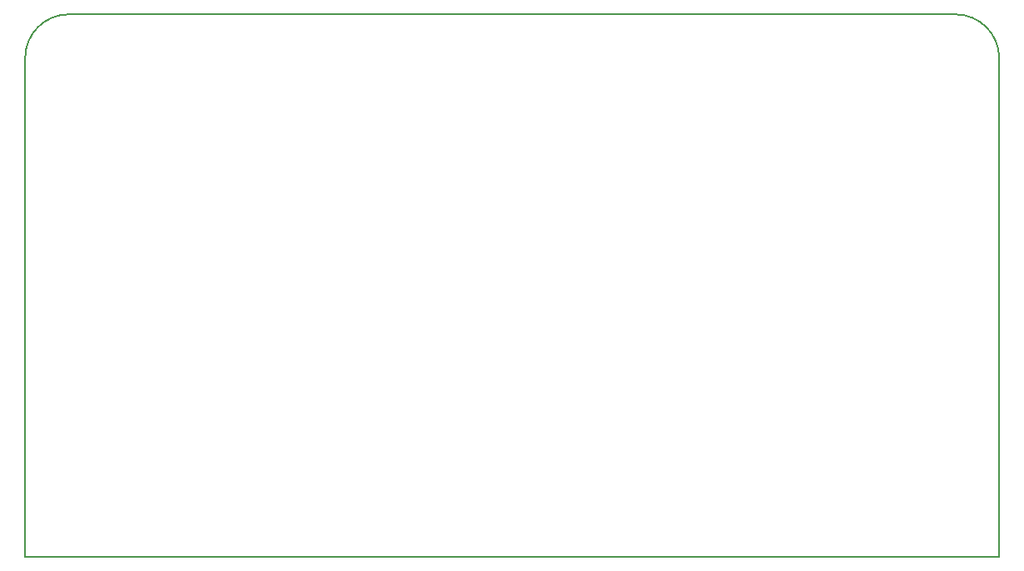
<source format=gm1>
G04 #@! TF.FileFunction,Profile,NP*
%FSLAX46Y46*%
G04 Gerber Fmt 4.6, Leading zero omitted, Abs format (unit mm)*
G04 Created by KiCad (PCBNEW 4.0.7) date 10/24/19 12:41:52*
%MOMM*%
%LPD*%
G01*
G04 APERTURE LIST*
%ADD10C,0.100000*%
%ADD11C,0.150000*%
G04 APERTURE END LIST*
D10*
D11*
X91440000Y-93980000D02*
X91440000Y-88900000D01*
X190500000Y-93980000D02*
X190500000Y-88900000D01*
X91440000Y-98425000D02*
X91440000Y-93980000D01*
X190500000Y-98425000D02*
X190500000Y-93980000D01*
X190500000Y-88900000D02*
G75*
G03X186055000Y-84455000I-4445000J0D01*
G01*
X91440000Y-98425000D02*
X91440000Y-133985000D01*
X190500000Y-110490000D02*
X190500000Y-98425000D01*
X186055000Y-84455000D02*
X95885000Y-84455000D01*
X95885000Y-84455000D02*
G75*
G03X91440000Y-88900000I0J-4445000D01*
G01*
X190500000Y-139700000D02*
X190500000Y-110490000D01*
X91440000Y-139700000D02*
X190500000Y-139700000D01*
X91440000Y-133985000D02*
X91440000Y-139700000D01*
M02*

</source>
